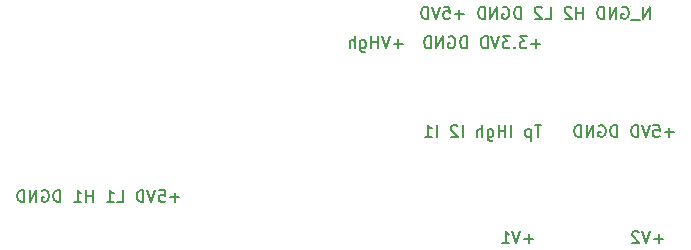
<source format=gbo>
%TF.GenerationSoftware,KiCad,Pcbnew,5.1.6-c6e7f7d~86~ubuntu20.04.1*%
%TF.CreationDate,2020-09-07T12:25:12+02:00*%
%TF.ProjectId,Shield_Nucleo,53686965-6c64-45f4-9e75-636c656f2e6b,rev?*%
%TF.SameCoordinates,Original*%
%TF.FileFunction,Legend,Bot*%
%TF.FilePolarity,Positive*%
%FSLAX46Y46*%
G04 Gerber Fmt 4.6, Leading zero omitted, Abs format (unit mm)*
G04 Created by KiCad (PCBNEW 5.1.6-c6e7f7d~86~ubuntu20.04.1) date 2020-09-07 12:25:12*
%MOMM*%
%LPD*%
G01*
G04 APERTURE LIST*
%ADD10C,0.150000*%
G04 APERTURE END LIST*
%TO.C,J1*%
D10*
X101642857Y-48452380D02*
X101642857Y-47452380D01*
X101071428Y-48452380D01*
X101071428Y-47452380D01*
X100833333Y-48547619D02*
X100071428Y-48547619D01*
X99309523Y-47500000D02*
X99404761Y-47452380D01*
X99547619Y-47452380D01*
X99690476Y-47500000D01*
X99785714Y-47595238D01*
X99833333Y-47690476D01*
X99880952Y-47880952D01*
X99880952Y-48023809D01*
X99833333Y-48214285D01*
X99785714Y-48309523D01*
X99690476Y-48404761D01*
X99547619Y-48452380D01*
X99452380Y-48452380D01*
X99309523Y-48404761D01*
X99261904Y-48357142D01*
X99261904Y-48023809D01*
X99452380Y-48023809D01*
X98833333Y-48452380D02*
X98833333Y-47452380D01*
X98261904Y-48452380D01*
X98261904Y-47452380D01*
X97785714Y-48452380D02*
X97785714Y-47452380D01*
X97547619Y-47452380D01*
X97404761Y-47500000D01*
X97309523Y-47595238D01*
X97261904Y-47690476D01*
X97214285Y-47880952D01*
X97214285Y-48023809D01*
X97261904Y-48214285D01*
X97309523Y-48309523D01*
X97404761Y-48404761D01*
X97547619Y-48452380D01*
X97785714Y-48452380D01*
X96023809Y-48452380D02*
X96023809Y-47452380D01*
X96023809Y-47928571D02*
X95452380Y-47928571D01*
X95452380Y-48452380D02*
X95452380Y-47452380D01*
X95023809Y-47547619D02*
X94976190Y-47500000D01*
X94880952Y-47452380D01*
X94642857Y-47452380D01*
X94547619Y-47500000D01*
X94500000Y-47547619D01*
X94452380Y-47642857D01*
X94452380Y-47738095D01*
X94500000Y-47880952D01*
X95071428Y-48452380D01*
X94452380Y-48452380D01*
X92785714Y-48452380D02*
X93261904Y-48452380D01*
X93261904Y-47452380D01*
X92500000Y-47547619D02*
X92452380Y-47500000D01*
X92357142Y-47452380D01*
X92119047Y-47452380D01*
X92023809Y-47500000D01*
X91976190Y-47547619D01*
X91928571Y-47642857D01*
X91928571Y-47738095D01*
X91976190Y-47880952D01*
X92547619Y-48452380D01*
X91928571Y-48452380D01*
X90738095Y-48452380D02*
X90738095Y-47452380D01*
X90500000Y-47452380D01*
X90357142Y-47500000D01*
X90261904Y-47595238D01*
X90214285Y-47690476D01*
X90166666Y-47880952D01*
X90166666Y-48023809D01*
X90214285Y-48214285D01*
X90261904Y-48309523D01*
X90357142Y-48404761D01*
X90500000Y-48452380D01*
X90738095Y-48452380D01*
X89214285Y-47500000D02*
X89309523Y-47452380D01*
X89452380Y-47452380D01*
X89595238Y-47500000D01*
X89690476Y-47595238D01*
X89738095Y-47690476D01*
X89785714Y-47880952D01*
X89785714Y-48023809D01*
X89738095Y-48214285D01*
X89690476Y-48309523D01*
X89595238Y-48404761D01*
X89452380Y-48452380D01*
X89357142Y-48452380D01*
X89214285Y-48404761D01*
X89166666Y-48357142D01*
X89166666Y-48023809D01*
X89357142Y-48023809D01*
X88738095Y-48452380D02*
X88738095Y-47452380D01*
X88166666Y-48452380D01*
X88166666Y-47452380D01*
X87690476Y-48452380D02*
X87690476Y-47452380D01*
X87452380Y-47452380D01*
X87309523Y-47500000D01*
X87214285Y-47595238D01*
X87166666Y-47690476D01*
X87119047Y-47880952D01*
X87119047Y-48023809D01*
X87166666Y-48214285D01*
X87214285Y-48309523D01*
X87309523Y-48404761D01*
X87452380Y-48452380D01*
X87690476Y-48452380D01*
X85928571Y-48071428D02*
X85166666Y-48071428D01*
X85547619Y-48452380D02*
X85547619Y-47690476D01*
X84214285Y-47452380D02*
X84690476Y-47452380D01*
X84738095Y-47928571D01*
X84690476Y-47880952D01*
X84595238Y-47833333D01*
X84357142Y-47833333D01*
X84261904Y-47880952D01*
X84214285Y-47928571D01*
X84166666Y-48023809D01*
X84166666Y-48261904D01*
X84214285Y-48357142D01*
X84261904Y-48404761D01*
X84357142Y-48452380D01*
X84595238Y-48452380D01*
X84690476Y-48404761D01*
X84738095Y-48357142D01*
X83880952Y-47452380D02*
X83547619Y-48452380D01*
X83214285Y-47452380D01*
X82880952Y-48452380D02*
X82880952Y-47452380D01*
X82642857Y-47452380D01*
X82500000Y-47500000D01*
X82404761Y-47595238D01*
X82357142Y-47690476D01*
X82309523Y-47880952D01*
X82309523Y-48023809D01*
X82357142Y-48214285D01*
X82404761Y-48309523D01*
X82500000Y-48404761D01*
X82642857Y-48452380D01*
X82880952Y-48452380D01*
X61833333Y-63571428D02*
X61071428Y-63571428D01*
X61452380Y-63952380D02*
X61452380Y-63190476D01*
X60119047Y-62952380D02*
X60595238Y-62952380D01*
X60642857Y-63428571D01*
X60595238Y-63380952D01*
X60500000Y-63333333D01*
X60261904Y-63333333D01*
X60166666Y-63380952D01*
X60119047Y-63428571D01*
X60071428Y-63523809D01*
X60071428Y-63761904D01*
X60119047Y-63857142D01*
X60166666Y-63904761D01*
X60261904Y-63952380D01*
X60500000Y-63952380D01*
X60595238Y-63904761D01*
X60642857Y-63857142D01*
X59785714Y-62952380D02*
X59452380Y-63952380D01*
X59119047Y-62952380D01*
X58785714Y-63952380D02*
X58785714Y-62952380D01*
X58547619Y-62952380D01*
X58404761Y-63000000D01*
X58309523Y-63095238D01*
X58261904Y-63190476D01*
X58214285Y-63380952D01*
X58214285Y-63523809D01*
X58261904Y-63714285D01*
X58309523Y-63809523D01*
X58404761Y-63904761D01*
X58547619Y-63952380D01*
X58785714Y-63952380D01*
X56547619Y-63952380D02*
X57023809Y-63952380D01*
X57023809Y-62952380D01*
X55690476Y-63952380D02*
X56261904Y-63952380D01*
X55976190Y-63952380D02*
X55976190Y-62952380D01*
X56071428Y-63095238D01*
X56166666Y-63190476D01*
X56261904Y-63238095D01*
X54500000Y-63952380D02*
X54500000Y-62952380D01*
X54500000Y-63428571D02*
X53928571Y-63428571D01*
X53928571Y-63952380D02*
X53928571Y-62952380D01*
X52928571Y-63952380D02*
X53500000Y-63952380D01*
X53214285Y-63952380D02*
X53214285Y-62952380D01*
X53309523Y-63095238D01*
X53404761Y-63190476D01*
X53500000Y-63238095D01*
X51738095Y-63952380D02*
X51738095Y-62952380D01*
X51500000Y-62952380D01*
X51357142Y-63000000D01*
X51261904Y-63095238D01*
X51214285Y-63190476D01*
X51166666Y-63380952D01*
X51166666Y-63523809D01*
X51214285Y-63714285D01*
X51261904Y-63809523D01*
X51357142Y-63904761D01*
X51500000Y-63952380D01*
X51738095Y-63952380D01*
X50214285Y-63000000D02*
X50309523Y-62952380D01*
X50452380Y-62952380D01*
X50595238Y-63000000D01*
X50690476Y-63095238D01*
X50738095Y-63190476D01*
X50785714Y-63380952D01*
X50785714Y-63523809D01*
X50738095Y-63714285D01*
X50690476Y-63809523D01*
X50595238Y-63904761D01*
X50452380Y-63952380D01*
X50357142Y-63952380D01*
X50214285Y-63904761D01*
X50166666Y-63857142D01*
X50166666Y-63523809D01*
X50357142Y-63523809D01*
X49738095Y-63952380D02*
X49738095Y-62952380D01*
X49166666Y-63952380D01*
X49166666Y-62952380D01*
X48690476Y-63952380D02*
X48690476Y-62952380D01*
X48452380Y-62952380D01*
X48309523Y-63000000D01*
X48214285Y-63095238D01*
X48166666Y-63190476D01*
X48119047Y-63380952D01*
X48119047Y-63523809D01*
X48166666Y-63714285D01*
X48214285Y-63809523D01*
X48309523Y-63904761D01*
X48452380Y-63952380D01*
X48690476Y-63952380D01*
X91785714Y-67071428D02*
X91023809Y-67071428D01*
X91404761Y-67452380D02*
X91404761Y-66690476D01*
X90690476Y-66452380D02*
X90357142Y-67452380D01*
X90023809Y-66452380D01*
X89166666Y-67452380D02*
X89738095Y-67452380D01*
X89452380Y-67452380D02*
X89452380Y-66452380D01*
X89547619Y-66595238D01*
X89642857Y-66690476D01*
X89738095Y-66738095D01*
X102785714Y-67071428D02*
X102023809Y-67071428D01*
X102404761Y-67452380D02*
X102404761Y-66690476D01*
X101690476Y-66452380D02*
X101357142Y-67452380D01*
X101023809Y-66452380D01*
X100738095Y-66547619D02*
X100690476Y-66500000D01*
X100595238Y-66452380D01*
X100357142Y-66452380D01*
X100261904Y-66500000D01*
X100214285Y-66547619D01*
X100166666Y-66642857D01*
X100166666Y-66738095D01*
X100214285Y-66880952D01*
X100785714Y-67452380D01*
X100166666Y-67452380D01*
X103690476Y-58071428D02*
X102928571Y-58071428D01*
X103309523Y-58452380D02*
X103309523Y-57690476D01*
X101976190Y-57452380D02*
X102452380Y-57452380D01*
X102500000Y-57928571D01*
X102452380Y-57880952D01*
X102357142Y-57833333D01*
X102119047Y-57833333D01*
X102023809Y-57880952D01*
X101976190Y-57928571D01*
X101928571Y-58023809D01*
X101928571Y-58261904D01*
X101976190Y-58357142D01*
X102023809Y-58404761D01*
X102119047Y-58452380D01*
X102357142Y-58452380D01*
X102452380Y-58404761D01*
X102500000Y-58357142D01*
X101642857Y-57452380D02*
X101309523Y-58452380D01*
X100976190Y-57452380D01*
X100642857Y-58452380D02*
X100642857Y-57452380D01*
X100404761Y-57452380D01*
X100261904Y-57500000D01*
X100166666Y-57595238D01*
X100119047Y-57690476D01*
X100071428Y-57880952D01*
X100071428Y-58023809D01*
X100119047Y-58214285D01*
X100166666Y-58309523D01*
X100261904Y-58404761D01*
X100404761Y-58452380D01*
X100642857Y-58452380D01*
X98880952Y-58452380D02*
X98880952Y-57452380D01*
X98642857Y-57452380D01*
X98500000Y-57500000D01*
X98404761Y-57595238D01*
X98357142Y-57690476D01*
X98309523Y-57880952D01*
X98309523Y-58023809D01*
X98357142Y-58214285D01*
X98404761Y-58309523D01*
X98500000Y-58404761D01*
X98642857Y-58452380D01*
X98880952Y-58452380D01*
X97357142Y-57500000D02*
X97452380Y-57452380D01*
X97595238Y-57452380D01*
X97738095Y-57500000D01*
X97833333Y-57595238D01*
X97880952Y-57690476D01*
X97928571Y-57880952D01*
X97928571Y-58023809D01*
X97880952Y-58214285D01*
X97833333Y-58309523D01*
X97738095Y-58404761D01*
X97595238Y-58452380D01*
X97500000Y-58452380D01*
X97357142Y-58404761D01*
X97309523Y-58357142D01*
X97309523Y-58023809D01*
X97500000Y-58023809D01*
X96880952Y-58452380D02*
X96880952Y-57452380D01*
X96309523Y-58452380D01*
X96309523Y-57452380D01*
X95833333Y-58452380D02*
X95833333Y-57452380D01*
X95595238Y-57452380D01*
X95452380Y-57500000D01*
X95357142Y-57595238D01*
X95309523Y-57690476D01*
X95261904Y-57880952D01*
X95261904Y-58023809D01*
X95309523Y-58214285D01*
X95357142Y-58309523D01*
X95452380Y-58404761D01*
X95595238Y-58452380D01*
X95833333Y-58452380D01*
X92476190Y-57452380D02*
X91904761Y-57452380D01*
X92190476Y-58452380D02*
X92190476Y-57452380D01*
X91571428Y-57785714D02*
X91571428Y-58785714D01*
X91571428Y-57833333D02*
X91476190Y-57785714D01*
X91285714Y-57785714D01*
X91190476Y-57833333D01*
X91142857Y-57880952D01*
X91095238Y-57976190D01*
X91095238Y-58261904D01*
X91142857Y-58357142D01*
X91190476Y-58404761D01*
X91285714Y-58452380D01*
X91476190Y-58452380D01*
X91571428Y-58404761D01*
X89904761Y-58452380D02*
X89904761Y-57452380D01*
X89428571Y-58452380D02*
X89428571Y-57452380D01*
X89428571Y-57928571D02*
X88857142Y-57928571D01*
X88857142Y-58452380D02*
X88857142Y-57452380D01*
X87952380Y-57785714D02*
X87952380Y-58595238D01*
X88000000Y-58690476D01*
X88047619Y-58738095D01*
X88142857Y-58785714D01*
X88285714Y-58785714D01*
X88380952Y-58738095D01*
X87952380Y-58404761D02*
X88047619Y-58452380D01*
X88238095Y-58452380D01*
X88333333Y-58404761D01*
X88380952Y-58357142D01*
X88428571Y-58261904D01*
X88428571Y-57976190D01*
X88380952Y-57880952D01*
X88333333Y-57833333D01*
X88238095Y-57785714D01*
X88047619Y-57785714D01*
X87952380Y-57833333D01*
X87476190Y-58452380D02*
X87476190Y-57452380D01*
X87047619Y-58452380D02*
X87047619Y-57928571D01*
X87095238Y-57833333D01*
X87190476Y-57785714D01*
X87333333Y-57785714D01*
X87428571Y-57833333D01*
X87476190Y-57880952D01*
X85809523Y-58452380D02*
X85809523Y-57452380D01*
X85380952Y-57547619D02*
X85333333Y-57500000D01*
X85238095Y-57452380D01*
X85000000Y-57452380D01*
X84904761Y-57500000D01*
X84857142Y-57547619D01*
X84809523Y-57642857D01*
X84809523Y-57738095D01*
X84857142Y-57880952D01*
X85428571Y-58452380D01*
X84809523Y-58452380D01*
X83619047Y-58452380D02*
X83619047Y-57452380D01*
X82619047Y-58452380D02*
X83190476Y-58452380D01*
X82904761Y-58452380D02*
X82904761Y-57452380D01*
X83000000Y-57595238D01*
X83095238Y-57690476D01*
X83190476Y-57738095D01*
X92404761Y-50571428D02*
X91642857Y-50571428D01*
X92023809Y-50952380D02*
X92023809Y-50190476D01*
X91261904Y-49952380D02*
X90642857Y-49952380D01*
X90976190Y-50333333D01*
X90833333Y-50333333D01*
X90738095Y-50380952D01*
X90690476Y-50428571D01*
X90642857Y-50523809D01*
X90642857Y-50761904D01*
X90690476Y-50857142D01*
X90738095Y-50904761D01*
X90833333Y-50952380D01*
X91119047Y-50952380D01*
X91214285Y-50904761D01*
X91261904Y-50857142D01*
X90214285Y-50857142D02*
X90166666Y-50904761D01*
X90214285Y-50952380D01*
X90261904Y-50904761D01*
X90214285Y-50857142D01*
X90214285Y-50952380D01*
X89833333Y-49952380D02*
X89214285Y-49952380D01*
X89547619Y-50333333D01*
X89404761Y-50333333D01*
X89309523Y-50380952D01*
X89261904Y-50428571D01*
X89214285Y-50523809D01*
X89214285Y-50761904D01*
X89261904Y-50857142D01*
X89309523Y-50904761D01*
X89404761Y-50952380D01*
X89690476Y-50952380D01*
X89785714Y-50904761D01*
X89833333Y-50857142D01*
X88928571Y-49952380D02*
X88595238Y-50952380D01*
X88261904Y-49952380D01*
X87928571Y-50952380D02*
X87928571Y-49952380D01*
X87690476Y-49952380D01*
X87547619Y-50000000D01*
X87452380Y-50095238D01*
X87404761Y-50190476D01*
X87357142Y-50380952D01*
X87357142Y-50523809D01*
X87404761Y-50714285D01*
X87452380Y-50809523D01*
X87547619Y-50904761D01*
X87690476Y-50952380D01*
X87928571Y-50952380D01*
X86166666Y-50952380D02*
X86166666Y-49952380D01*
X85928571Y-49952380D01*
X85785714Y-50000000D01*
X85690476Y-50095238D01*
X85642857Y-50190476D01*
X85595238Y-50380952D01*
X85595238Y-50523809D01*
X85642857Y-50714285D01*
X85690476Y-50809523D01*
X85785714Y-50904761D01*
X85928571Y-50952380D01*
X86166666Y-50952380D01*
X84642857Y-50000000D02*
X84738095Y-49952380D01*
X84880952Y-49952380D01*
X85023809Y-50000000D01*
X85119047Y-50095238D01*
X85166666Y-50190476D01*
X85214285Y-50380952D01*
X85214285Y-50523809D01*
X85166666Y-50714285D01*
X85119047Y-50809523D01*
X85023809Y-50904761D01*
X84880952Y-50952380D01*
X84785714Y-50952380D01*
X84642857Y-50904761D01*
X84595238Y-50857142D01*
X84595238Y-50523809D01*
X84785714Y-50523809D01*
X84166666Y-50952380D02*
X84166666Y-49952380D01*
X83595238Y-50952380D01*
X83595238Y-49952380D01*
X83119047Y-50952380D02*
X83119047Y-49952380D01*
X82880952Y-49952380D01*
X82738095Y-50000000D01*
X82642857Y-50095238D01*
X82595238Y-50190476D01*
X82547619Y-50380952D01*
X82547619Y-50523809D01*
X82595238Y-50714285D01*
X82642857Y-50809523D01*
X82738095Y-50904761D01*
X82880952Y-50952380D01*
X83119047Y-50952380D01*
X80738095Y-50571428D02*
X79976190Y-50571428D01*
X80357142Y-50952380D02*
X80357142Y-50190476D01*
X79642857Y-49952380D02*
X79309523Y-50952380D01*
X78976190Y-49952380D01*
X78642857Y-50952380D02*
X78642857Y-49952380D01*
X78642857Y-50428571D02*
X78071428Y-50428571D01*
X78071428Y-50952380D02*
X78071428Y-49952380D01*
X77166666Y-50285714D02*
X77166666Y-51095238D01*
X77214285Y-51190476D01*
X77261904Y-51238095D01*
X77357142Y-51285714D01*
X77500000Y-51285714D01*
X77595238Y-51238095D01*
X77166666Y-50904761D02*
X77261904Y-50952380D01*
X77452380Y-50952380D01*
X77547619Y-50904761D01*
X77595238Y-50857142D01*
X77642857Y-50761904D01*
X77642857Y-50476190D01*
X77595238Y-50380952D01*
X77547619Y-50333333D01*
X77452380Y-50285714D01*
X77261904Y-50285714D01*
X77166666Y-50333333D01*
X76690476Y-50952380D02*
X76690476Y-49952380D01*
X76261904Y-50952380D02*
X76261904Y-50428571D01*
X76309523Y-50333333D01*
X76404761Y-50285714D01*
X76547619Y-50285714D01*
X76642857Y-50333333D01*
X76690476Y-50380952D01*
%TD*%
M02*

</source>
